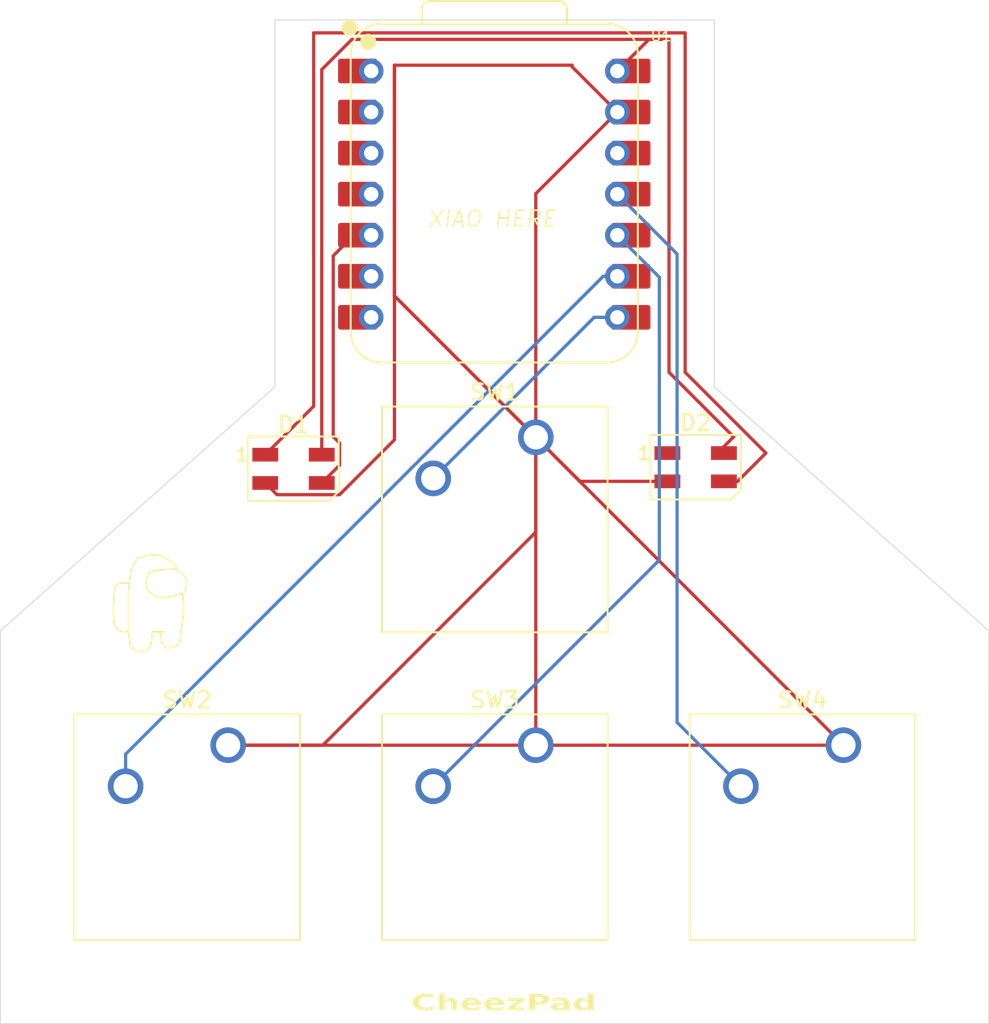
<source format=kicad_pcb>
(kicad_pcb (version 20241229) (generator "pcbnew") (generator_version "9.0")
  (layers (0 "F.Cu" signal) (2 "B.Cu" signal) (13 "F.Paste" user) (15 "B.Paste" user) (5 "F.SilkS" user "F.Silkscreen") (7 "B.SilkS" user "B.Silkscreen") (1 "F.Mask" user) (3 "B.Mask" user) (25 "Edge.Cuts" user))
  (net 0 "")
  (net 1 "Net-(D1-DIN)")
  (net 2 "+5V")
  (net 3 "GND")
  (net 4 "Net-(D1-DOUT)")
  (net 6 "Net-(U1-GPIO1{slash}RX)")
  (net 7 "Net-(U1-GPIO2{slash}SCK)")
  (net 8 "Net-(U1-GPIO4{slash}MISO)")
  (net 9 "Net-(U1-GPIO3{slash}MOSI)")
  (footprint "Button_Switch_Keyboard:SW_Cherry_MX_1.00u_PCB" (layer "F.Cu") (at 197.8025 102.07625)
    (property "Reference" "SW4" (at -2.54 -2.794 0) (layer "F.SilkS"))
    (property "Value" "SW_Push")
    (fp_line (start -9.525 -1.905) (end 4.445 -1.905) (stroke (width 0.12)) (layer "F.SilkS"))
    (fp_line (start -9.525 12.065) (end -9.525 -1.905) (stroke (width 0.12)) (layer "F.SilkS"))
    (fp_line (start 4.445 -1.905) (end 4.445 12.065) (stroke (width 0.12)) (layer "F.SilkS"))
    (fp_line (start 4.445 12.065) (end -9.525 12.065) (stroke (width 0.12)) (layer "F.SilkS"))
    (pad "" np_thru_hole circle (at -7.62 5.08) (size 1.7 1.7) (drill 1.7) (layers "*.Cu" "*.Mask"))
    (pad "" np_thru_hole circle (at -2.54 5.08) (size 4 4) (drill 4) (layers "*.Cu" "*.Mask"))
    (pad "" np_thru_hole circle (at 2.54 5.08) (size 1.7 1.7) (drill 1.7) (layers "*.Cu" "*.Mask"))
    (pad "1" thru_hole circle (at 0 0) (size 2.2 2.2) (drill 1.5) (layers "*.Cu" "*.Mask") (net 3 "GND"))
    (pad "2" thru_hole circle (at -6.35 2.54) (size 2.2 2.2) (drill 1.5) (layers "*.Cu" "*.Mask") (net 9 "Net-(U1-GPIO3{slash}MOSI)"))
  )
  (footprint "Button_Switch_Keyboard:SW_Cherry_MX_1.00u_PCB" (layer "F.Cu") (at 178.7525 102.07625)
    (property "Reference" "SW3" (at -2.54 -2.794 0) (layer "F.SilkS"))
    (property "Value" "SW_Push")
    (fp_line (start -9.525 -1.905) (end 4.445 -1.905) (stroke (width 0.12)) (layer "F.SilkS"))
    (fp_line (start -9.525 12.065) (end -9.525 -1.905) (stroke (width 0.12)) (layer "F.SilkS"))
    (fp_line (start 4.445 -1.905) (end 4.445 12.065) (stroke (width 0.12)) (layer "F.SilkS"))
    (fp_line (start 4.445 12.065) (end -9.525 12.065) (stroke (width 0.12)) (layer "F.SilkS"))
    (pad "" np_thru_hole circle (at -7.62 5.08) (size 1.7 1.7) (drill 1.7) (layers "*.Cu" "*.Mask"))
    (pad "" np_thru_hole circle (at -2.54 5.08) (size 4 4) (drill 4) (layers "*.Cu" "*.Mask"))
    (pad "" np_thru_hole circle (at 2.54 5.08) (size 1.7 1.7) (drill 1.7) (layers "*.Cu" "*.Mask"))
    (pad "1" thru_hole circle (at 0 0) (size 2.2 2.2) (drill 1.5) (layers "*.Cu" "*.Mask") (net 3 "GND"))
    (pad "2" thru_hole circle (at -6.35 2.54) (size 2.2 2.2) (drill 1.5) (layers "*.Cu" "*.Mask") (net 8 "Net-(U1-GPIO4{slash}MISO)"))
  )
  (footprint "LED_SMD:LED_SK6812MINI_PLCC4_3.5x3.5mm_P1.75mm" (layer "F.Cu") (at 188.65 84.875)
    (property "Reference" "D2" (at 0 -2.75 0) (layer "F.SilkS"))
    (property "Value" "SK6812MINI")
    (fp_line (start -2.8 -2) (end -2.8 2) (stroke (width 0.12)) (layer "F.SilkS"))
    (fp_line (start -2.8 -2) (end 2.8 -2) (stroke (width 0.12)) (layer "F.SilkS"))
    (fp_line (start -2.8 2) (end 2.2 2) (stroke (width 0.12)) (layer "F.SilkS"))
    (fp_line (start 2.8 1.4) (end 2.2 2) (stroke (width 0.12)) (layer "F.SilkS"))
    (fp_line (start 2.8 1.4) (end 2.8 -2) (stroke (width 0.12)) (layer "F.SilkS"))
    (fp_text user "1" (at -3.2 -0.875 0) (layer "F.SilkS") (effects (font (size 0.8 0.8))))
    (pad "1" smd rect (at -1.75 -0.875) (size 1.6 0.85) (layers "F.Cu" "F.Mask" "F.Paste"))
    (pad "2" smd rect (at -1.75 0.875) (size 1.6 0.85) (layers "F.Cu" "F.Mask" "F.Paste") (net 3 "GND"))
    (pad "3" smd rect (at 1.75 0.875) (size 1.6 0.85) (layers "F.Cu" "F.Mask" "F.Paste") (net 4 "Net-(D1-DOUT)"))
    (pad "4" smd rect (at 1.75 -0.875) (size 1.6 0.85) (layers "F.Cu" "F.Mask" "F.Paste") (net 2 "+5V"))
  )
  (footprint "LED_SMD:LED_SK6812MINI_PLCC4_3.5x3.5mm_P1.75mm" (layer "F.Cu") (at 163.75 84.975)
    (property "Reference" "D1" (at 0 -2.75 0) (layer "F.SilkS"))
    (property "Value" "SK6812MINI")
    (fp_line (start -2.8 -2) (end -2.8 2) (stroke (width 0.12)) (layer "F.SilkS"))
    (fp_line (start -2.8 -2) (end 2.8 -2) (stroke (width 0.12)) (layer "F.SilkS"))
    (fp_line (start -2.8 2) (end 2.2 2) (stroke (width 0.12)) (layer "F.SilkS"))
    (fp_line (start 2.8 1.4) (end 2.2 2) (stroke (width 0.12)) (layer "F.SilkS"))
    (fp_line (start 2.8 1.4) (end 2.8 -2) (stroke (width 0.12)) (layer "F.SilkS"))
    (fp_text user "1" (at -3.2 -0.875 0) (layer "F.SilkS") (effects (font (size 0.8 0.8))))
    (pad "1" smd rect (at -1.75 -0.875) (size 1.6 0.85) (layers "F.Cu" "F.Mask" "F.Paste") (net 4 "Net-(D1-DOUT)"))
    (pad "2" smd rect (at -1.75 0.875) (size 1.6 0.85) (layers "F.Cu" "F.Mask" "F.Paste") (net 3 "GND"))
    (pad "3" smd rect (at 1.75 0.875) (size 1.6 0.85) (layers "F.Cu" "F.Mask" "F.Paste") (net 1 "Net-(D1-DIN)"))
    (pad "4" smd rect (at 1.75 -0.875) (size 1.6 0.85) (layers "F.Cu" "F.Mask" "F.Paste") (net 2 "+5V"))
  )
  (footprint "OPL:XIAO-RP2040-DIP" (layer "F.Cu") (at 176.18 67.98)
    (property "Reference" "U1" (at 10.32 -9.78 0) (layer "F.SilkS") (effects (font (size 0.635 0.635) (thickness 0.1016))))
    (property "Value" "XIAO-RP2040-DIP")
    (fp_line (start -8.89 8.509) (end -8.89 -8.636) (stroke (width 0.127)) (layer "F.SilkS"))
    (fp_line (start -6.985 10.414) (end 6.985 10.414) (stroke (width 0.127)) (layer "F.SilkS"))
    (fp_line (start -4.495 -10.541) (end -4.491272 -11.451272) (stroke (width 0.127)) (layer "F.SilkS"))
    (fp_line (start -3.991272 -11.951) (end 4.004 -11.951) (stroke (width 0.127)) (layer "F.SilkS"))
    (fp_line (start 4.504 -11.451) (end 4.504 -10.541) (stroke (width 0.127)) (layer "F.SilkS"))
    (fp_line (start 6.985 -10.541) (end -6.985 -10.541) (stroke (width 0.1)) (layer "F.SilkS"))
    (fp_line (start 6.985 -10.541) (end -6.985 -10.541) (stroke (width 0.127)) (layer "F.SilkS"))
    (fp_line (start 8.89 8.509) (end 8.89 -8.636) (stroke (width 0.127)) (layer "F.SilkS"))
    (fp_arc (start -8.89 -8.636) (mid -8.332038 -9.983038) (end -6.985 -10.541) (stroke (width 0.127)) (layer "F.SilkS"))
    (fp_arc (start -6.985 10.414) (mid -8.332038 9.856038) (end -8.89 8.509) (stroke (width 0.127)) (layer "F.SilkS"))
    (fp_arc (start -4.491272 -11.451272) (mid -4.344728 -11.80464) (end -3.991272 -11.951) (stroke (width 0.127)) (layer "F.SilkS"))
    (fp_arc (start 4.004 -11.951) (mid 4.357553 -11.804553) (end 4.504 -11.451) (stroke (width 0.127)) (layer "F.SilkS"))
    (fp_arc (start 6.985 -10.541) (mid 8.332038 -9.983038) (end 8.89 -8.636) (stroke (width 0.127)) (layer "F.SilkS"))
    (fp_arc (start 8.89 8.509) (mid 8.332038 9.856038) (end 6.985 10.414) (stroke (width 0.127)) (layer "F.SilkS"))
    (fp_circle (center -8.95 -10.3) (end -8.95 -10.554) (stroke (width 0.5)) (fill yes) (layer "F.SilkS"))
    (fp_circle (center -7.807 -9.42) (end -7.807 -9.674) (stroke (width 0.5)) (fill yes) (layer "F.SilkS"))
    (pad "1" smd roundrect (at -8.455 -7.62 180) (size 2.432 1.524) (layers "F.Cu" "F.Mask") (roundrect_rratio 0.1))
    (pad "1" thru_hole circle (at -7.62 -7.62 180) (size 1.524 1.524) (drill 0.889) (layers "*.Cu" "*.Mask"))
    (pad "2" smd roundrect (at -8.455 -5.08 180) (size 2.432 1.524) (layers "F.Cu" "F.Mask") (roundrect_rratio 0.1))
    (pad "2" thru_hole circle (at -7.62 -5.08 180) (size 1.524 1.524) (drill 0.889) (layers "*.Cu" "*.Mask"))
    (pad "3" smd roundrect (at -8.455 -2.54 180) (size 2.432 1.524) (layers "F.Cu" "F.Mask") (roundrect_rratio 0.1))
    (pad "3" thru_hole circle (at -7.62 -2.54 180) (size 1.524 1.524) (drill 0.889) (layers "*.Cu" "*.Mask"))
    (pad "4" smd roundrect (at -8.455 0 180) (size 2.432 1.524) (layers "F.Cu" "F.Mask") (roundrect_rratio 0.1))
    (pad "4" thru_hole circle (at -7.62 0 180) (size 1.524 1.524) (drill 0.889) (layers "*.Cu" "*.Mask"))
    (pad "5" smd roundrect (at -8.455 2.54 180) (size 2.432 1.524) (layers "F.Cu" "F.Mask") (roundrect_rratio 0.1) (net 1 "Net-(D1-DIN)"))
    (pad "5" thru_hole circle (at -7.62 2.54 180) (size 1.524 1.524) (drill 0.889) (layers "*.Cu" "*.Mask") (net 1 "Net-(D1-DIN)"))
    (pad "6" smd roundrect (at -8.455 5.08 180) (size 2.432 1.524) (layers "F.Cu" "F.Mask") (roundrect_rratio 0.1))
    (pad "6" thru_hole circle (at -7.62 5.08 180) (size 1.524 1.524) (drill 0.889) (layers "*.Cu" "*.Mask"))
    (pad "7" smd roundrect (at -8.455 7.62 180) (size 2.432 1.524) (layers "F.Cu" "F.Mask") (roundrect_rratio 0.1))
    (pad "7" thru_hole circle (at -7.62 7.62 180) (size 1.524 1.524) (drill 0.889) (layers "*.Cu" "*.Mask"))
    (pad "8" thru_hole circle (at 7.62 7.62) (size 1.524 1.524) (drill 0.889) (layers "*.Cu" "*.Mask") (net 6 "Net-(U1-GPIO1{slash}RX)"))
    (pad "8" smd roundrect (at 8.455 7.62) (size 2.432 1.524) (layers "F.Cu" "F.Mask") (roundrect_rratio 0.1) (net 6 "Net-(U1-GPIO1{slash}RX)"))
    (pad "9" thru_hole circle (at 7.62 5.08) (size 1.524 1.524) (drill 0.889) (layers "*.Cu" "*.Mask") (net 7 "Net-(U1-GPIO2{slash}SCK)"))
    (pad "9" smd roundrect (at 8.455 5.08) (size 2.432 1.524) (layers "F.Cu" "F.Mask") (roundrect_rratio 0.1) (net 7 "Net-(U1-GPIO2{slash}SCK)"))
    (pad "10" thru_hole circle (at 7.62 2.54) (size 1.524 1.524) (drill 0.889) (layers "*.Cu" "*.Mask") (net 8 "Net-(U1-GPIO4{slash}MISO)"))
    (pad "10" smd roundrect (at 8.455 2.54) (size 2.432 1.524) (layers "F.Cu" "F.Mask") (roundrect_rratio 0.1) (net 8 "Net-(U1-GPIO4{slash}MISO)"))
    (pad "11" thru_hole circle (at 7.62 0) (size 1.524 1.524) (drill 0.889) (layers "*.Cu" "*.Mask") (net 9 "Net-(U1-GPIO3{slash}MOSI)"))
    (pad "11" smd roundrect (at 8.455 0) (size 2.432 1.524) (layers "F.Cu" "F.Mask") (roundrect_rratio 0.1) (net 9 "Net-(U1-GPIO3{slash}MOSI)"))
    (pad "12" thru_hole circle (at 7.62 -2.54) (size 1.524 1.524) (drill 0.889) (layers "*.Cu" "*.Mask"))
    (pad "12" smd roundrect (at 8.455 -2.54) (size 2.432 1.524) (layers "F.Cu" "F.Mask") (roundrect_rratio 0.1))
    (pad "13" thru_hole circle (at 7.62 -5.08) (size 1.524 1.524) (drill 0.889) (layers "*.Cu" "*.Mask") (net 3 "GND"))
    (pad "13" smd roundrect (at 8.455 -5.08) (size 2.432 1.524) (layers "F.Cu" "F.Mask") (roundrect_rratio 0.1) (net 3 "GND"))
    (pad "14" thru_hole circle (at 7.62 -7.62) (size 1.524 1.524) (drill 0.889) (layers "*.Cu" "*.Mask") (net 2 "+5V"))
    (pad "14" smd roundrect (at 8.455 -7.62) (size 2.432 1.524) (layers "F.Cu" "F.Mask") (roundrect_rratio 0.1) (net 2 "+5V"))
  )
  (footprint "Button_Switch_Keyboard:SW_Cherry_MX_1.00u_PCB" (layer "F.Cu") (at 159.7025 102.07625)
    (property "Reference" "SW2" (at -2.54 -2.794 0) (layer "F.SilkS"))
    (property "Value" "SW_Push")
    (fp_line (start -9.525 -1.905) (end 4.445 -1.905) (stroke (width 0.12)) (layer "F.SilkS"))
    (fp_line (start -9.525 12.065) (end -9.525 -1.905) (stroke (width 0.12)) (layer "F.SilkS"))
    (fp_line (start 4.445 -1.905) (end 4.445 12.065) (stroke (width 0.12)) (layer "F.SilkS"))
    (fp_line (start 4.445 12.065) (end -9.525 12.065) (stroke (width 0.12)) (layer "F.SilkS"))
    (pad "" np_thru_hole circle (at -7.62 5.08) (size 1.7 1.7) (drill 1.7) (layers "*.Cu" "*.Mask"))
    (pad "" np_thru_hole circle (at -2.54 5.08) (size 4 4) (drill 4) (layers "*.Cu" "*.Mask"))
    (pad "" np_thru_hole circle (at 2.54 5.08) (size 1.7 1.7) (drill 1.7) (layers "*.Cu" "*.Mask"))
    (pad "1" thru_hole circle (at 0 0) (size 2.2 2.2) (drill 1.5) (layers "*.Cu" "*.Mask") (net 3 "GND"))
    (pad "2" thru_hole circle (at -6.35 2.54) (size 2.2 2.2) (drill 1.5) (layers "*.Cu" "*.Mask") (net 7 "Net-(U1-GPIO2{slash}SCK)"))
  )
  (footprint "Button_Switch_Keyboard:SW_Cherry_MX_1.00u_PCB" (layer "F.Cu") (at 178.7525 83.02625)
    (property "Reference" "SW1" (at -2.54 -2.794 0) (layer "F.SilkS"))
    (property "Value" "SW_Push")
    (fp_line (start -9.525 -1.905) (end 4.445 -1.905) (stroke (width 0.12)) (layer "F.SilkS"))
    (fp_line (start -9.525 12.065) (end -9.525 -1.905) (stroke (width 0.12)) (layer "F.SilkS"))
    (fp_line (start 4.445 -1.905) (end 4.445 12.065) (stroke (width 0.12)) (layer "F.SilkS"))
    (fp_line (start 4.445 12.065) (end -9.525 12.065) (stroke (width 0.12)) (layer "F.SilkS"))
    (pad "" np_thru_hole circle (at -7.62 5.08) (size 1.7 1.7) (drill 1.7) (layers "*.Cu" "*.Mask"))
    (pad "" np_thru_hole circle (at -2.54 5.08) (size 4 4) (drill 4) (layers "*.Cu" "*.Mask"))
    (pad "" np_thru_hole circle (at 2.54 5.08) (size 1.7 1.7) (drill 1.7) (layers "*.Cu" "*.Mask"))
    (pad "1" thru_hole circle (at 0 0) (size 2.2 2.2) (drill 1.5) (layers "*.Cu" "*.Mask") (net 3 "GND"))
    (pad "2" thru_hole circle (at -6.35 2.54) (size 2.2 2.2) (drill 1.5) (layers "*.Cu" "*.Mask") (net 6 "Net-(U1-GPIO1{slash}RX)"))
  )
  (gr_line (start 152.79 92.16) (end 152.68 92.43) (stroke (width 0.1)) (layer "F.SilkS"))
  (gr_line (start 152.65 92.8) (end 152.6 93.54) (stroke (width 0.1)) (layer "F.SilkS"))
  (gr_line (start 153.02 92.04) (end 152.79 92.16) (stroke (width 0.1)) (layer "F.SilkS"))
  (gr_line (start 152.6 93.9) (end 152.62 94.35) (stroke (width 0.1)) (layer "F.SilkS"))
  (gr_line (start 156.31 96.03) (end 156.6 95.88) (stroke (width 0.1)) (layer "F.SilkS"))
  (gr_line (start 155.6 90.4) (end 155.27 90.31) (stroke (width 0.1)) (layer "F.SilkS"))
  (gr_line (start 155.36 95.06) (end 155.55 95.26) (stroke (width 0.1)) (layer "F.SilkS"))
  (gr_line (start 156.74 95.58) (end 156.74 95.31) (stroke (width 0.1)) (layer "F.SilkS"))
  (gr_line (start 156.6 95.88) (end 156.74 95.58) (stroke (width 0.1)) (layer "F.SilkS"))
  (gr_line (start 153.68 91.26) (end 153.54 92.5) (stroke (width 0.1)) (layer "F.SilkS"))
  (gr_line (start 154.07 90.51) (end 153.68 91.26) (stroke (width 0.1)) (layer "F.SilkS"))
  (gr_line (start 156.31 92.86) (end 156.66 92.73) (stroke (width 0.1)) (layer "F.SilkS"))
  (gr_line (start 155.27 90.31) (end 154.87 90.28) (stroke (width 0.1)) (layer "F.SilkS"))
  (gr_line (start 155.45 91.24) (end 154.9 91.34) (stroke (width 0.1)) (layer "F.SilkS"))
  (gr_line (start 155.43 92.94) (end 155.87 92.94) (stroke (width 0.1)) (layer "F.SilkS"))
  (gr_line (start 154.9 95.91) (end 154.97 95.48) (stroke (width 0.1)) (layer "F.SilkS"))
  (gr_line (start 152.88 94.92) (end 153.05 95.02) (stroke (width 0.1)) (layer "F.SilkS"))
  (gr_line (start 155.36 95.06) (end 155.74 95.06) (stroke (width 0.1)) (layer "F.SilkS"))
  (gr_line (start 154.63 92.07) (end 154.67 92.35) (stroke (width 0.1)) (layer "F.SilkS"))
  (gr_line (start 153.54 95.13) (end 153.66 95.96) (stroke (width 0.1)) (layer "F.SilkS"))
  (gr_line (start 156.74 95.31) (end 156.86 94.53) (stroke (width 0.1)) (layer "F.SilkS"))
  (gr_line (start 154.35 96.28) (end 154.72 96.16) (stroke (width 0.1)) (layer "F.SilkS"))
  (gr_line (start 152.62 94.35) (end 152.68 94.66) (stroke (width 0.1)) (layer "F.SilkS"))
  (gr_line (start 155.03 95.06) (end 155.36 95.06) (stroke (width 0.1)) (layer "F.SilkS"))
  (gr_line (start 152.68 92.43) (end 152.65 92.8) (stroke (width 0.1)) (layer "F.SilkS"))
  (gr_line (start 156.89 92.8) (end 157.01 92.6) (stroke (width 0.1)) (layer "F.SilkS"))
  (gr_line (start 153.26 95.04) (end 153.53 95.06) (stroke (width 0.1)) (layer "F.SilkS"))
  (gr_line (start 156.86 94.53) (end 156.94 93.9) (stroke (width 0.1)) (layer "F.SilkS"))
  (gr_line (start 155.55 95.26) (end 155.6 95.78) (stroke (width 0.1)) (layer "F.SilkS"))
  (gr_line (start 156.05 90.62) (end 155.6 90.4) (stroke (width 0.1)) (layer "F.SilkS"))
  (gr_line (start 153.59 92.04) (end 153.02 92.04) (stroke (width 0.1)) (layer "F.SilkS"))
  (gr_line (start 155.74 95.06) (end 155.455 95.16) (stroke (width 0.1)) (layer "F.SilkS"))
  (gr_line (start 157.01 92.6) (end 157.08 92.41) (stroke (width 0.1)) (layer "F.SilkS"))
  (gr_line (start 156.85 91.47) (end 156.61 91.27) (stroke (width 0.1)) (layer "F.SilkS"))
  (gr_line (start 157.13 91.9) (end 157.04 91.67) (stroke (width 0.1)) (layer "F.SilkS"))
  (gr_line (start 154.02 96.28) (end 154.35 96.28) (stroke (width 0.1)) (layer "F.SilkS"))
  (gr_line (start 155.98 91.2) (end 155.45 91.24) (stroke (width 0.1)) (layer "F.SilkS"))
  (gr_line (start 153.66 95.96) (end 154.02 96.28) (stroke (width 0.1)) (layer "F.SilkS"))
  (gr_line (start 157.13 92.18) (end 157.13 91.9) (stroke (width 0.1)) (layer "F.SilkS"))
  (gr_line (start 153.53 95.06) (end 153.54 95.060741) (stroke (width 0.1)) (layer "F.SilkS"))
  (gr_line (start 154.67 92.35) (end 154.83 92.6) (stroke (width 0.1)) (layer "F.SilkS"))
  (gr_line (start 154.72 96.16) (end 154.9 95.91) (stroke (width 0.1)) (layer "F.SilkS"))
  (gr_line (start 155.14 92.83) (end 155.43 92.94) (stroke (width 0.1)) (layer "F.SilkS"))
  (gr_line (start 153.05 95.02) (end 153.26 95.04) (stroke (width 0.1)) (layer "F.SilkS"))
  (gr_line (start 155.83 96.03) (end 156.31 96.03) (stroke (width 0.1)) (layer "F.SilkS"))
  (gr_line (start 155.87 92.94) (end 156.31 92.86) (stroke (width 0.1)) (layer "F.SilkS"))
  (gr_line (start 156.55 91.18) (end 155.98 91.2) (stroke (width 0.1)) (layer "F.SilkS"))
  (gr_line (start 154.65 91.78) (end 154.63 92.07) (stroke (width 0.1)) (layer "F.SilkS"))
  (gr_line (start 156.94 93.9) (end 156.94 93.28) (stroke (width 0.1)) (layer "F.SilkS"))
  (gr_line (start 154.97 95.48) (end 155.03 95.06) (stroke (width 0.1)) (layer "F.SilkS"))
  (gr_line (start 156.66 92.73) (end 156.95 92.7) (stroke (width 0.1)) (layer "F.SilkS"))
  (gr_line (start 154.83 92.6) (end 155.14 92.83) (stroke (width 0.1)) (layer "F.SilkS"))
  (gr_line (start 154.87 90.28) (end 154.07 90.51) (stroke (width 0.1)) (layer "F.SilkS"))
  (gr_line (start 152.6 93.54) (end 152.6 93.9) (stroke (width 0.1)) (layer "F.SilkS"))
  (gr_line (start 154.9 91.34) (end 154.71 91.55) (stroke (width 0.1)) (layer "F.SilkS"))
  (gr_line (start 154.71 91.55) (end 154.65 91.78) (stroke (width 0.1)) (layer "F.SilkS"))
  (gr_line (start 156.39 90.92) (end 156.05 90.62) (stroke (width 0.1)) (layer "F.SilkS"))
  (gr_line (start 155.6 95.78) (end 155.83 96.03) (stroke (width 0.1)) (layer "F.SilkS"))
  (gr_line (start 156.61 91.27) (end 156.39 90.92) (stroke (width 0.1)) (layer "F.SilkS"))
  (gr_line (start 156.94 93.28) (end 156.89 92.8) (stroke (width 0.1)) (layer "F.SilkS"))
  (gr_line (start 152.68 94.66) (end 152.88 94.92) (stroke (width 0.1)) (layer "F.SilkS"))
  (gr_line (start 157.08 92.41) (end 157.13 92.18) (stroke (width 0.1)) (layer "F.SilkS"))
  (gr_line (start 153.54 92.5) (end 153.54 95.13) (stroke (width 0.1)) (layer "F.SilkS"))
  (gr_line (start 157.04 91.67) (end 156.85 91.47) (stroke (width 0.1)) (layer "F.SilkS"))
  (gr_poly (pts (xy 206.8 119.3) (xy 206.800766 95) (xy 189.8 79.9) (xy 189.8 57.2) (xy 162.6 57.2) (xy 162.6 79.899999) (xy 145.6 95) (xy 145.6 119.3)) (stroke (width 0.05)) (fill no) (layer "Edge.Cuts"))
  (gr_text "XIAO HERE" (at 172 70.1 0) (layer "F.SilkS") (effects (font (size 1 1) (thickness 0.1) (italic yes)) (justify left bottom)))
  (gr_text "CheezPad" (at 171.02 118.66 0) (layer "F.SilkS") (effects (font (size 1 1.5) (thickness 0.2) (bold yes) (italic yes)) (justify left bottom)))
  (segment (start 166.208 82.981) (end 166.208 71.79437) (width 0.2) (layer "F.Cu") (net 1))
  (segment (start 166.208 71.79437) (end 167.48237 70.52) (width 0.2) (layer "F.Cu") (net 1))
  (segment (start 166.601 83.374) (end 166.208 82.981) (width 0.2) (layer "F.Cu") (net 1))
  (segment (start 166.601 84.749) (end 166.601 83.374) (width 0.2) (layer "F.Cu") (net 1))
  (segment (start 167.48237 70.52) (end 168.56 70.52) (width 0.2) (layer "F.Cu") (net 1))
  (segment (start 165.5 85.85) (end 166.601 84.749) (width 0.2) (layer "F.Cu") (net 1))
  (segment (start 165.5 84.1) (end 165.5 60.266374) (width 0.2) (layer "F.Cu") (net 2))
  (segment (start 190.4 83.6) (end 190.4 84) (width 0.2) (layer "F.Cu") (net 2))
  (segment (start 184.635 60.36) (end 183.8 60.36) (width 0.2) (layer "F.Cu") (net 2))
  (segment (start 165.5 60.266374) (end 167.365374 58.401) (width 0.2) (layer "F.Cu") (net 2))
  (segment (start 185.759 58.401) (end 183.8 60.36) (width 0.2) (layer "F.Cu") (net 2))
  (segment (start 187 58.401) (end 187 79) (width 0.2) (layer "F.Cu") (net 2))
  (segment (start 191 83) (end 190.4 83.6) (width 0.2) (layer "F.Cu") (net 2))
  (segment (start 187 58.401) (end 185.759 58.401) (width 0.2) (layer "F.Cu") (net 2))
  (segment (start 187 79) (end 191 83) (width 0.2) (layer "F.Cu") (net 2))
  (segment (start 167.365374 58.401) (end 187 58.401) (width 0.2) (layer "F.Cu") (net 2))
  (segment (start 178.7525 102.07625) (end 178.7525 83.02625) (width 0.2) (layer "F.Cu") (net 3))
  (segment (start 159.7025 102.07625) (end 165.567316 102.07625) (width 0.2) (layer "F.Cu") (net 3))
  (segment (start 159.7025 102.07625) (end 178.7525 102.07625) (width 0.2) (layer "F.Cu") (net 3))
  (segment (start 178.7525 67.9475) (end 183.8 62.9) (width 0.2) (layer "F.Cu") (net 3))
  (segment (start 183.8 62.9) (end 184.413626 62.9) (width 0.2) (layer "F.Cu") (net 3))
  (segment (start 181.47625 85.75) (end 175.363125 79.636875) (width 0.2) (layer "F.Cu") (net 3))
  (segment (start 181 60) (end 181 60.1) (width 0.2) (layer "F.Cu") (net 3))
  (segment (start 175.363125 79.636875) (end 170 74.27375) (width 0.2) (layer "F.Cu") (net 3))
  (segment (start 178.7525 83.02625) (end 178.7525 67.9475) (width 0.2) (layer "F.Cu") (net 3))
  (segment (start 162.726 86.576) (end 166.601 86.576) (width 0.2) (layer "F.Cu") (net 3))
  (segment (start 178.7525 83.02625) (end 175.363125 79.636875) (width 0.2) (layer "F.Cu") (net 3))
  (segment (start 178.7525 83.02625) (end 170 74.27375) (width 0.2) (layer "F.Cu") (net 3))
  (segment (start 166.601 86.576) (end 170 83.177) (width 0.2) (layer "F.Cu") (net 3))
  (segment (start 162 85.85) (end 162.726 86.576) (width 0.2) (layer "F.Cu") (net 3))
  (segment (start 181 60.1) (end 183.8 62.9) (width 0.2) (layer "F.Cu") (net 3))
  (segment (start 170 83.177) (end 170 60) (width 0.2) (layer "F.Cu") (net 3))
  (segment (start 186.9 85.75) (end 181.47625 85.75) (width 0.2) (layer "F.Cu") (net 3))
  (segment (start 197.8025 102.07625) (end 178.7525 83.02625) (width 0.2) (layer "F.Cu") (net 3))
  (segment (start 197.8025 102.07625) (end 178.7525 102.07625) (width 0.2) (layer "F.Cu") (net 3))
  (segment (start 178.7525 88.891066) (end 178.7525 83.02625) (width 0.2) (layer "F.Cu") (net 3))
  (segment (start 170 74.27375) (end 170 60) (width 0.2) (layer "F.Cu") (net 3))
  (segment (start 165.567316 102.07625) (end 178.7525 88.891066) (width 0.2) (layer "F.Cu") (net 3))
  (segment (start 170 60) (end 181 60) (width 0.2) (layer "F.Cu") (net 3))
  (segment (start 193 84) (end 191.25 85.75) (width 0.2) (layer "F.Cu") (net 4))
  (segment (start 188 58) (end 188 79) (width 0.2) (layer "F.Cu") (net 4))
  (segment (start 165 81.1) (end 165 58) (width 0.2) (layer "F.Cu") (net 4))
  (segment (start 188 79) (end 193 84) (width 0.2) (layer "F.Cu") (net 4))
  (segment (start 191.25 85.75) (end 190.4 85.75) (width 0.2) (layer "F.Cu") (net 4))
  (segment (start 162 84.1) (end 165 81.1) (width 0.2) (layer "F.Cu") (net 4))
  (segment (start 165 58) (end 188 58) (width 0.2) (layer "F.Cu") (net 4))
  (segment (start 182.36875 75.6) (end 183.8 75.6) (width 0.2) (layer "B.Cu") (net 6))
  (segment (start 172.4025 85.56625) (end 182.36875 75.6) (width 0.2) (layer "B.Cu") (net 6))
  (segment (start 182.927436 73.06) (end 183.8 73.06) (width 0.2) (layer "B.Cu") (net 7))
  (segment (start 153.3525 102.634936) (end 182.927436 73.06) (width 0.2) (layer "B.Cu") (net 7))
  (segment (start 153.3525 104.61625) (end 153.3525 102.634936) (width 0.2) (layer "B.Cu") (net 7))
  (segment (start 186.4 73.12) (end 183.8 70.52) (width 0.2) (layer "B.Cu") (net 8))
  (segment (start 186.4 90.61875) (end 186.4 73.12) (width 0.2) (layer "B.Cu") (net 8))
  (segment (start 172.4025 104.61625) (end 186.4 90.61875) (width 0.2) (layer "B.Cu") (net 8))
  (segment (start 187.5 100.66375) (end 187.5 71.68) (width 0.2) (layer "B.Cu") (net 9))
  (segment (start 191.4525 104.61625) (end 187.5 100.66375) (width 0.2) (layer "B.Cu") (net 9))
  (segment (start 187.5 71.68) (end 183.8 67.98) (width 0.2) (layer "B.Cu") (net 9))
)
</source>
